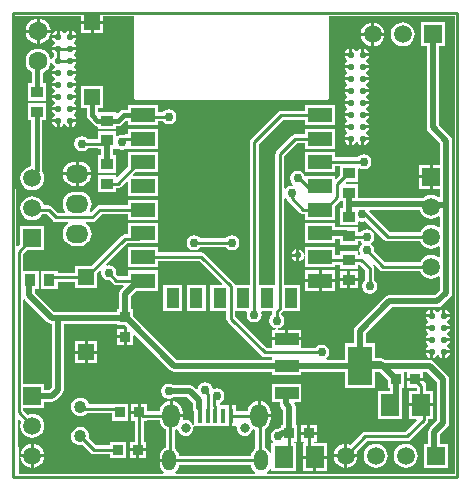
<source format=gtl>
G04*
G04 #@! TF.GenerationSoftware,Altium Limited,Altium Designer,20.1.12 (249)*
G04*
G04 Layer_Physical_Order=1*
G04 Layer_Color=152*
%FSLAX25Y25*%
%MOIN*%
G70*
G04*
G04 #@! TF.SameCoordinates,74860364-7C4C-4BB1-8EB4-A47DF166201D*
G04*
G04*
G04 #@! TF.FilePolarity,Positive*
G04*
G01*
G75*
%ADD14C,0.01000*%
%ADD17R,0.07874X0.04724*%
%ADD18R,0.04331X0.06693*%
%ADD19R,0.05512X0.05315*%
%ADD20R,0.03937X0.03740*%
%ADD21R,0.03543X0.03347*%
%ADD22R,0.03347X0.03543*%
%ADD23R,0.06102X0.07284*%
%ADD24R,0.03740X0.03937*%
%ADD25R,0.01772X0.05118*%
%ADD26R,0.07874X0.03937*%
%ADD27R,0.07874X0.12992*%
%ADD48C,0.01181*%
%ADD49C,0.01968*%
%ADD50C,0.01500*%
%ADD51C,0.05906*%
%ADD52R,0.05906X0.05906*%
%ADD53C,0.04055*%
%ADD54R,0.05906X0.05906*%
%ADD55C,0.03150*%
%ADD56O,0.04528X0.07087*%
%ADD57O,0.05709X0.07874*%
%ADD58C,0.06299*%
%ADD59O,0.07500X0.06000*%
%ADD60C,0.02996*%
%ADD61C,0.02126*%
G36*
X147500Y1000D02*
X84798D01*
X84628Y1500D01*
X85084Y1849D01*
X85607Y2531D01*
X85732Y2834D01*
X86232Y2734D01*
Y1858D01*
X94335D01*
Y11142D01*
X93781D01*
Y11728D01*
X94925D01*
Y17272D01*
X94275D01*
Y23248D01*
X94121Y24022D01*
X93818Y24476D01*
X94068Y24976D01*
X96232D01*
Y30913D01*
X86358D01*
Y24976D01*
X88977D01*
Y24500D01*
X89131Y23726D01*
X89569Y23069D01*
X90229Y22410D01*
Y17272D01*
X89579D01*
Y16484D01*
X89004Y16369D01*
X88517Y16044D01*
X88500Y16047D01*
X87525Y15853D01*
X86699Y15301D01*
X86147Y14475D01*
X85953Y13500D01*
X86147Y12525D01*
X86699Y11699D01*
X86785Y11642D01*
X86633Y11142D01*
X86232D01*
Y8179D01*
X85732Y8079D01*
X85607Y8382D01*
X85084Y9064D01*
X84402Y9587D01*
X83990Y9758D01*
Y15919D01*
X84109Y15968D01*
X84914Y16586D01*
X85532Y17391D01*
X85921Y18328D01*
X86053Y19335D01*
Y19917D01*
X82165D01*
Y20417D01*
X81665D01*
Y25322D01*
X81159Y25255D01*
X80222Y24867D01*
X79416Y24249D01*
X78799Y23444D01*
X78410Y22506D01*
X78337Y21947D01*
X74504D01*
Y23976D01*
X73118D01*
Y20417D01*
Y16858D01*
X74317D01*
X74770Y16468D01*
X74746Y16284D01*
X74834Y15611D01*
X75093Y14985D01*
X75506Y14447D01*
X76044Y14034D01*
X76670Y13775D01*
X77342Y13686D01*
X78015Y13775D01*
X78641Y14034D01*
X79179Y14447D01*
X79592Y14985D01*
X79851Y15611D01*
X79860Y15676D01*
X80393Y15897D01*
X80931Y15674D01*
Y9450D01*
X80428Y9064D01*
X79905Y8382D01*
X79576Y7588D01*
X79497Y6986D01*
X55503D01*
X55424Y7588D01*
X55095Y8382D01*
X54572Y9064D01*
X54069Y9450D01*
Y15674D01*
X54607Y15897D01*
X55140Y15676D01*
X55149Y15611D01*
X55408Y14985D01*
X55821Y14447D01*
X56359Y14034D01*
X56985Y13775D01*
X57657Y13686D01*
X58330Y13775D01*
X58956Y14034D01*
X59494Y14447D01*
X59907Y14985D01*
X60166Y15611D01*
X60255Y16284D01*
X60230Y16468D01*
X60683Y16858D01*
X72118D01*
Y20417D01*
Y23976D01*
X69186D01*
X69033Y24149D01*
X69021Y24250D01*
X69152Y24766D01*
X69801Y25199D01*
X70353Y26025D01*
X70547Y27000D01*
X70353Y27975D01*
X69801Y28801D01*
X68975Y29353D01*
X68000Y29547D01*
X67025Y29353D01*
X66670Y29500D01*
X66575Y29975D01*
X66023Y30801D01*
X65197Y31353D01*
X64222Y31547D01*
X63248Y31353D01*
X62422Y30801D01*
X61869Y29975D01*
X61741Y29328D01*
X61198Y29163D01*
X60431Y29931D01*
X59774Y30369D01*
X59000Y30523D01*
X53469D01*
X52975Y30853D01*
X52000Y31047D01*
X51025Y30853D01*
X50199Y30301D01*
X49647Y29475D01*
X49453Y28500D01*
X49647Y27525D01*
X50199Y26699D01*
X51025Y26147D01*
X52000Y25953D01*
X52975Y26147D01*
X53469Y26477D01*
X58162D01*
X59977Y24662D01*
Y23000D01*
X60131Y22226D01*
X60496Y21679D01*
Y17465D01*
X59996Y17366D01*
X59907Y17582D01*
X59494Y18120D01*
X58956Y18533D01*
X58330Y18792D01*
X57657Y18880D01*
X57158Y18815D01*
X56699Y19160D01*
X56722Y19335D01*
Y19917D01*
X52835D01*
Y20417D01*
X52335D01*
Y25322D01*
X51828Y25255D01*
X50891Y24867D01*
X50086Y24249D01*
X49468Y23444D01*
X49079Y22506D01*
X49006Y21947D01*
X44921D01*
Y24272D01*
X42748D01*
Y21500D01*
X42248D01*
Y21000D01*
X39575D01*
Y18728D01*
X40719D01*
Y11772D01*
X39075D01*
Y9500D01*
X41748D01*
X44421D01*
Y11772D01*
X43777D01*
Y18728D01*
X44921D01*
Y18888D01*
X49006D01*
X49079Y18328D01*
X49468Y17391D01*
X50086Y16586D01*
X50891Y15968D01*
X51010Y15919D01*
Y9758D01*
X50598Y9587D01*
X49916Y9064D01*
X49393Y8382D01*
X49064Y7588D01*
X48952Y6736D01*
Y5957D01*
X52244D01*
Y4957D01*
X48952D01*
Y4177D01*
X49064Y3325D01*
X49393Y2531D01*
X49916Y1849D01*
X50372Y1500D01*
X50202Y1000D01*
X2010D01*
X1834Y18849D01*
X2295Y19042D01*
X2841Y18496D01*
X2649Y18032D01*
X2513Y17000D01*
X2649Y15968D01*
X3047Y15007D01*
X3681Y14181D01*
X4507Y13547D01*
X5468Y13149D01*
X6500Y13013D01*
X7532Y13149D01*
X8493Y13547D01*
X9319Y14181D01*
X9953Y15007D01*
X10351Y15968D01*
X10487Y17000D01*
X10351Y18032D01*
X9953Y18993D01*
X9319Y19819D01*
X8493Y20453D01*
X7532Y20851D01*
X6500Y20987D01*
X5468Y20851D01*
X5004Y20659D01*
X3529Y22133D01*
Y23047D01*
X10453D01*
Y24977D01*
X13000D01*
X13774Y25131D01*
X14431Y25569D01*
X16431Y27569D01*
X16869Y28226D01*
X17023Y29000D01*
Y50977D01*
X34728D01*
Y50571D01*
X37411D01*
X38098Y49883D01*
X38000Y49646D01*
Y46748D01*
Y44075D01*
X40272D01*
Y47056D01*
X40734Y47248D01*
X52412Y35569D01*
X53068Y35131D01*
X53843Y34977D01*
X86358D01*
Y34032D01*
X96232D01*
Y34977D01*
X110768D01*
Y29504D01*
X120642D01*
Y34977D01*
X122512D01*
X125079Y32410D01*
Y29728D01*
X125729D01*
Y28642D01*
X121732D01*
Y19358D01*
X129835D01*
Y28642D01*
X129775D01*
Y29728D01*
X130425D01*
Y34977D01*
X131575D01*
Y33000D01*
X134248D01*
X136921D01*
Y34977D01*
X138162D01*
X141477Y31662D01*
Y18838D01*
X139069Y16431D01*
X138631Y15774D01*
X138477Y15000D01*
Y10953D01*
X137047D01*
Y3047D01*
X144953D01*
Y10953D01*
X142523D01*
Y14162D01*
X144931Y16569D01*
X145369Y17226D01*
X145523Y18000D01*
Y32500D01*
X145369Y33274D01*
X144931Y33931D01*
X140431Y38431D01*
X139774Y38869D01*
X139000Y39023D01*
X124142D01*
X123625Y39369D01*
X122850Y39523D01*
X120642D01*
Y44496D01*
X117728D01*
Y47867D01*
X126338Y56477D01*
X141500D01*
X142274Y56631D01*
X142931Y57069D01*
X145868Y60006D01*
X146306Y60663D01*
X146460Y61437D01*
Y90500D01*
Y112047D01*
X146306Y112821D01*
X145868Y113478D01*
X142023Y117322D01*
Y143547D01*
X143953D01*
Y151453D01*
X136047D01*
Y143547D01*
X137977D01*
Y116484D01*
X138131Y115710D01*
X138569Y115054D01*
X142414Y111209D01*
Y103953D01*
X140000D01*
Y100000D01*
Y96047D01*
X142414D01*
Y93377D01*
X141914Y93130D01*
X141493Y93453D01*
X140532Y93851D01*
X139500Y93987D01*
X138468Y93851D01*
X137507Y93453D01*
X136924Y93005D01*
X114969D01*
Y97622D01*
X111246D01*
X111036Y98099D01*
X111260Y98378D01*
X114969D01*
Y102752D01*
X115469Y103019D01*
X116025Y102647D01*
X117000Y102453D01*
X117975Y102647D01*
X118801Y103199D01*
X119353Y104025D01*
X119547Y105000D01*
X119353Y105975D01*
X118801Y106801D01*
X117975Y107353D01*
X117000Y107547D01*
X116025Y107353D01*
X115199Y106801D01*
X115018Y106529D01*
X107465D01*
Y108173D01*
X97591D01*
Y101449D01*
X107465D01*
Y103471D01*
X109031D01*
Y100541D01*
X107926Y99436D01*
X107465Y99627D01*
Y100299D01*
X97591D01*
X97236Y100650D01*
X96801Y101301D01*
X95975Y101853D01*
X95000Y102047D01*
X94025Y101853D01*
X93199Y101301D01*
X92647Y100475D01*
X92453Y99500D01*
X92647Y98525D01*
X93199Y97699D01*
X93586Y97440D01*
X93391Y96969D01*
X93000Y97047D01*
X92025Y96853D01*
X91199Y96301D01*
X91049Y96077D01*
X90549Y96228D01*
Y106886D01*
X94819Y111156D01*
X97591D01*
Y109323D01*
X107465D01*
Y116047D01*
X97591D01*
Y114215D01*
X94185D01*
X93600Y114098D01*
X93104Y113767D01*
X87938Y108601D01*
X87607Y108105D01*
X87490Y107520D01*
Y63882D01*
X82132D01*
Y110969D01*
X90193Y119030D01*
X97591D01*
Y117197D01*
X107465D01*
Y123921D01*
X97591D01*
Y122089D01*
X89559D01*
X88974Y121972D01*
X88478Y121641D01*
X79521Y112684D01*
X79189Y112188D01*
X79073Y111602D01*
Y63882D01*
X74182D01*
X74141Y64088D01*
X73810Y64585D01*
X63998Y74396D01*
X63502Y74728D01*
X62917Y74844D01*
X48410D01*
Y76677D01*
X38535D01*
Y69953D01*
X48410D01*
Y71785D01*
X62283D01*
X69725Y64344D01*
X69534Y63882D01*
X65898D01*
Y55189D01*
X71199D01*
Y52772D01*
X71315Y52186D01*
X71647Y51690D01*
X82919Y40419D01*
X83415Y40087D01*
X84000Y39971D01*
X85859D01*
X86358Y39968D01*
Y39023D01*
X54681D01*
X40272Y53432D01*
Y55917D01*
X39523D01*
Y60205D01*
X41397Y62079D01*
X48410D01*
Y68803D01*
X38535D01*
Y66970D01*
X35193D01*
X34483Y67680D01*
X34547Y68000D01*
X34353Y68975D01*
X33801Y69801D01*
X32975Y70353D01*
X32000Y70547D01*
X31395Y70427D01*
X31149Y70887D01*
X38059Y77798D01*
X41610D01*
X41758Y77827D01*
X48410D01*
Y84551D01*
X38535D01*
Y80856D01*
X37425D01*
X36840Y80740D01*
X36344Y80408D01*
X26093Y70157D01*
X20744D01*
Y68029D01*
X15118D01*
Y68468D01*
X9378D01*
Y62532D01*
X15118D01*
Y64971D01*
X20744D01*
Y62843D01*
X28256D01*
Y67995D01*
X29113Y68851D01*
X29573Y68605D01*
X29453Y68000D01*
X29647Y67025D01*
X30199Y66199D01*
X31025Y65647D01*
X32000Y65453D01*
X32320Y65517D01*
X33478Y64359D01*
X33974Y64028D01*
X34559Y63911D01*
X36854D01*
X37045Y63450D01*
X36069Y62474D01*
X35631Y61817D01*
X35477Y61043D01*
Y55917D01*
X34728D01*
Y55023D01*
X13838D01*
X7523Y61338D01*
Y62532D01*
X8622D01*
Y68468D01*
X3529D01*
Y74366D01*
X4710Y75547D01*
X10453D01*
Y83453D01*
X2547D01*
Y77710D01*
X1722Y76885D01*
X1259Y77074D01*
X508Y153145D01*
X860Y153500D01*
X22744D01*
Y152000D01*
X26500D01*
X30256D01*
Y153500D01*
X40449D01*
Y126502D01*
X40527Y126112D01*
X40747Y125781D01*
X41078Y125560D01*
X41469Y125483D01*
X104496D01*
X104886Y125560D01*
X105217Y125781D01*
X105438Y126112D01*
X105516Y126502D01*
Y153500D01*
X147500D01*
Y1000D01*
D02*
G37*
G36*
X136047Y88007D02*
X136681Y87181D01*
X137507Y86547D01*
X138468Y86149D01*
X139500Y86013D01*
X140532Y86149D01*
X141493Y86547D01*
X141914Y86870D01*
X142414Y86623D01*
Y83377D01*
X141914Y83130D01*
X141493Y83453D01*
X140532Y83851D01*
X139500Y83987D01*
X138468Y83851D01*
X137507Y83453D01*
X136681Y82819D01*
X136047Y81993D01*
X135855Y81529D01*
X125634D01*
X118894Y88269D01*
X118856Y88459D01*
X118843Y88549D01*
X119120Y88959D01*
X135653D01*
X136047Y88007D01*
D02*
G37*
G36*
X91199Y92699D02*
X91581Y92444D01*
X91587Y92415D01*
X91919Y91919D01*
X95855Y87982D01*
X96352Y87650D01*
X96937Y87534D01*
X97591D01*
Y85701D01*
X107465D01*
Y90262D01*
X109084Y91882D01*
X109977D01*
Y89618D01*
X109031D01*
Y83878D01*
X114969D01*
Y84989D01*
X115410Y85224D01*
X115525Y85147D01*
X116500Y84953D01*
X117475Y85147D01*
X117604Y85233D01*
X123919Y78919D01*
X124415Y78587D01*
X125000Y78471D01*
X135855D01*
X136047Y78007D01*
X136681Y77181D01*
X137507Y76547D01*
X138468Y76149D01*
X139500Y76013D01*
X140532Y76149D01*
X141493Y76547D01*
X141914Y76870D01*
X142414Y76623D01*
Y73377D01*
X141914Y73130D01*
X141493Y73453D01*
X140532Y73851D01*
X139500Y73987D01*
X138468Y73851D01*
X137507Y73453D01*
X136681Y72819D01*
X136047Y71993D01*
X135855Y71529D01*
X124134D01*
X120483Y75180D01*
X120547Y75500D01*
X120353Y76475D01*
X119801Y77301D01*
X119503Y77500D01*
Y78000D01*
X119801Y78199D01*
X120353Y79025D01*
X120547Y80000D01*
X120353Y80975D01*
X119801Y81801D01*
X118975Y82353D01*
X118000Y82547D01*
X117025Y82353D01*
X116199Y81801D01*
X116018Y81529D01*
X114969D01*
Y83122D01*
X111418D01*
X110965Y83212D01*
X107465D01*
Y84551D01*
X97591D01*
Y77827D01*
X107465D01*
Y79166D01*
X109031D01*
Y77382D01*
X114969D01*
Y78471D01*
X116018D01*
X116199Y78199D01*
X116497Y78000D01*
Y77500D01*
X116199Y77301D01*
X115647Y76475D01*
X115453Y75500D01*
X115647Y74525D01*
X115852Y74218D01*
X115616Y73777D01*
X114969D01*
Y75118D01*
X109031D01*
Y73777D01*
X107465D01*
Y76677D01*
X97591D01*
Y74528D01*
X97397Y74108D01*
X97396Y74108D01*
Y74108D01*
X97091Y74078D01*
X97083Y74116D01*
X96974Y74661D01*
X96518Y75344D01*
X95836Y75800D01*
X95531Y75861D01*
Y73857D01*
Y71853D01*
X95836Y71913D01*
X96518Y72369D01*
X96974Y73052D01*
X97083Y73597D01*
X97091Y73636D01*
X97396Y73605D01*
Y73605D01*
X97397Y73605D01*
X97591Y73186D01*
Y69953D01*
X107465D01*
Y70719D01*
X109031D01*
Y69378D01*
X114969D01*
Y70719D01*
X115619D01*
X117471Y68866D01*
Y65482D01*
X117199Y65301D01*
X116647Y64475D01*
X116453Y63500D01*
X116647Y62525D01*
X117199Y61699D01*
X118025Y61147D01*
X119000Y60953D01*
X119975Y61147D01*
X120801Y61699D01*
X121353Y62525D01*
X121547Y63500D01*
X121353Y64475D01*
X120801Y65301D01*
X120529Y65482D01*
Y69500D01*
X120413Y70085D01*
X120148Y70482D01*
X120536Y70801D01*
X122419Y68919D01*
X122915Y68587D01*
X123500Y68471D01*
X135855D01*
X136047Y68007D01*
X136681Y67181D01*
X137507Y66547D01*
X138468Y66149D01*
X139500Y66013D01*
X140532Y66149D01*
X141493Y66547D01*
X141914Y66870D01*
X142414Y66623D01*
Y62275D01*
X140662Y60523D01*
X125500D01*
X124726Y60369D01*
X124069Y59931D01*
X114274Y50135D01*
X113836Y49479D01*
X113682Y48705D01*
Y44496D01*
X110768D01*
Y39023D01*
X104689D01*
X104538Y39523D01*
X104801Y39699D01*
X105353Y40525D01*
X105547Y41500D01*
X105353Y42475D01*
X104801Y43301D01*
X103975Y43853D01*
X103000Y44047D01*
X102025Y43853D01*
X101199Y43301D01*
X101018Y43029D01*
X96709D01*
X96232Y43087D01*
X96232Y43529D01*
Y45555D01*
X91295D01*
Y46055D01*
D01*
Y45555D01*
X86358D01*
X86358Y43087D01*
X85882Y43029D01*
X84633D01*
X74258Y53405D01*
Y55189D01*
X77735D01*
X78090Y54689D01*
X77953Y54000D01*
X78147Y53025D01*
X78699Y52199D01*
X79525Y51647D01*
X80500Y51453D01*
X81475Y51647D01*
X82301Y52199D01*
X82853Y53025D01*
X83047Y54000D01*
X82910Y54689D01*
X83265Y55189D01*
X86390D01*
X86471Y55091D01*
Y53982D01*
X86199Y53801D01*
X85647Y52975D01*
X85453Y52000D01*
X85647Y51025D01*
X86199Y50199D01*
X87025Y49647D01*
X87645Y49524D01*
X87595Y49024D01*
X86358D01*
Y46555D01*
X90795D01*
Y49024D01*
X88405D01*
X88355Y49524D01*
X88975Y49647D01*
X89801Y50199D01*
X90353Y51025D01*
X90547Y52000D01*
X90353Y52975D01*
X89801Y53801D01*
X89529Y53982D01*
Y54458D01*
X90101Y55029D01*
X90208Y55189D01*
X95850D01*
Y63882D01*
X90549D01*
Y92772D01*
X91049Y92923D01*
X91199Y92699D01*
D02*
G37*
G36*
X4069Y59069D02*
X11569Y51569D01*
X12226Y51131D01*
X12977Y50981D01*
Y29838D01*
X12162Y29023D01*
X10453D01*
Y30953D01*
X3529D01*
Y58978D01*
X4029Y59129D01*
X4069Y59069D01*
D02*
G37*
G36*
X79576Y3325D02*
X79905Y2531D01*
X80428Y1849D01*
X80884Y1500D01*
X80714Y1000D01*
X54286Y1000D01*
X54116Y1500D01*
X54572Y1849D01*
X55095Y2531D01*
X55424Y3325D01*
X55503Y3927D01*
X79497D01*
X79576Y3325D01*
D02*
G37*
%LPC*%
G36*
X9000Y152620D02*
Y149000D01*
X12620D01*
X12543Y149583D01*
X12125Y150593D01*
X11460Y151460D01*
X10593Y152125D01*
X9583Y152543D01*
X9000Y152620D01*
D02*
G37*
G36*
X8000D02*
X7417Y152543D01*
X6407Y152125D01*
X5540Y151460D01*
X4875Y150593D01*
X4457Y149583D01*
X4380Y149000D01*
X8000D01*
Y152620D01*
D02*
G37*
G36*
X120500Y151421D02*
Y148000D01*
X123921D01*
X123851Y148532D01*
X123453Y149493D01*
X122819Y150319D01*
X121993Y150953D01*
X121032Y151351D01*
X120500Y151421D01*
D02*
G37*
G36*
X119500D02*
X118968Y151351D01*
X118007Y150953D01*
X117181Y150319D01*
X116547Y149493D01*
X116149Y148532D01*
X116079Y148000D01*
X119500D01*
Y151421D01*
D02*
G37*
G36*
X18697Y148681D02*
X18392Y148620D01*
X17709Y148164D01*
X17497Y147847D01*
X16896D01*
X16684Y148164D01*
X16002Y148620D01*
X15697Y148681D01*
Y146677D01*
X15197D01*
Y146177D01*
X13193D01*
X13253Y145872D01*
X13709Y145190D01*
X14027Y144978D01*
Y144377D01*
X13709Y144165D01*
X13253Y143482D01*
X13193Y143177D01*
X15197D01*
Y142177D01*
X13193D01*
X13253Y141872D01*
X13667Y141253D01*
Y140102D01*
X13253Y139482D01*
X13137Y138898D01*
X12631Y138915D01*
X12543Y139583D01*
X12125Y140593D01*
X11460Y141460D01*
X10593Y142125D01*
X9583Y142543D01*
X8500Y142685D01*
X7417Y142543D01*
X6407Y142125D01*
X5540Y141460D01*
X4875Y140593D01*
X4457Y139583D01*
X4315Y138500D01*
X4457Y137417D01*
X4875Y136407D01*
X5540Y135540D01*
X6407Y134875D01*
X6466Y134851D01*
Y131118D01*
X5032D01*
Y125378D01*
X10968D01*
Y131118D01*
X10034D01*
Y134644D01*
X10593Y134875D01*
X11460Y135540D01*
X12125Y136407D01*
X12543Y137417D01*
X12659Y138298D01*
X13165Y138315D01*
X13253Y137872D01*
X13709Y137190D01*
X14027Y136978D01*
Y136377D01*
X13709Y136164D01*
X13253Y135482D01*
X13193Y135177D01*
X15197D01*
Y134177D01*
X13193D01*
X13253Y133872D01*
X13709Y133190D01*
X14027Y132978D01*
Y132377D01*
X13709Y132165D01*
X13253Y131482D01*
X13193Y131177D01*
X15197D01*
Y130177D01*
X13193D01*
X13253Y129872D01*
X13709Y129190D01*
X14027Y128978D01*
Y128376D01*
X13709Y128165D01*
X13253Y127482D01*
X13193Y127177D01*
X15197D01*
Y126177D01*
X13193D01*
X13253Y125872D01*
X13709Y125190D01*
X14027Y124978D01*
Y124376D01*
X13709Y124164D01*
X13253Y123482D01*
X13193Y123177D01*
X15197D01*
Y122177D01*
X13193D01*
X13253Y121872D01*
X13709Y121190D01*
X14027Y120978D01*
Y120377D01*
X13709Y120165D01*
X13253Y119482D01*
X13193Y119177D01*
X15197D01*
Y118677D01*
X15697D01*
Y116673D01*
X16002Y116734D01*
X16684Y117190D01*
X16896Y117507D01*
X17497D01*
X17709Y117190D01*
X18392Y116734D01*
X18697Y116673D01*
Y118677D01*
X19197D01*
Y119177D01*
X21201D01*
X21140Y119482D01*
X20684Y120165D01*
X20367Y120377D01*
Y120978D01*
X20684Y121190D01*
X21140Y121872D01*
X21201Y122177D01*
X19197D01*
Y123177D01*
X21201D01*
X21140Y123482D01*
X20684Y124164D01*
X20367Y124376D01*
Y124978D01*
X20684Y125190D01*
X21140Y125872D01*
X21201Y126177D01*
X19197D01*
Y127177D01*
X21201D01*
X21140Y127482D01*
X20684Y128165D01*
X20367Y128376D01*
Y128978D01*
X20684Y129190D01*
X21140Y129872D01*
X21201Y130177D01*
X19197D01*
Y131177D01*
X21201D01*
X21140Y131482D01*
X20684Y132165D01*
X20367Y132377D01*
Y132978D01*
X20684Y133190D01*
X21140Y133872D01*
X21201Y134177D01*
X19197D01*
Y135177D01*
X21201D01*
X21140Y135482D01*
X20684Y136164D01*
X20367Y136377D01*
Y136978D01*
X20684Y137190D01*
X21140Y137872D01*
X21201Y138177D01*
X19197D01*
Y139177D01*
X21201D01*
X21140Y139482D01*
X20684Y140164D01*
X20367Y140376D01*
Y140978D01*
X20684Y141190D01*
X21140Y141872D01*
X21201Y142177D01*
X19197D01*
Y143177D01*
X21201D01*
X21140Y143482D01*
X20684Y144165D01*
X20367Y144377D01*
Y144978D01*
X20684Y145190D01*
X21140Y145872D01*
X21201Y146177D01*
X19197D01*
Y146677D01*
X18697D01*
Y148681D01*
D02*
G37*
G36*
X30256Y151000D02*
X27000D01*
Y147843D01*
X30256D01*
Y151000D01*
D02*
G37*
G36*
X26000D02*
X22744D01*
Y147843D01*
X26000D01*
Y151000D01*
D02*
G37*
G36*
X19697Y148681D02*
Y147177D01*
X21201D01*
X21140Y147482D01*
X20684Y148164D01*
X20002Y148620D01*
X19697Y148681D01*
D02*
G37*
G36*
X14697D02*
X14392Y148620D01*
X13709Y148164D01*
X13253Y147482D01*
X13193Y147177D01*
X14697D01*
Y148681D01*
D02*
G37*
G36*
X12620Y148000D02*
X9000D01*
Y144380D01*
X9583Y144457D01*
X10593Y144875D01*
X11460Y145540D01*
X12125Y146407D01*
X12543Y147417D01*
X12620Y148000D01*
D02*
G37*
G36*
X8000D02*
X4380D01*
X4457Y147417D01*
X4875Y146407D01*
X5540Y145540D01*
X6407Y144875D01*
X7417Y144457D01*
X8000Y144380D01*
Y148000D01*
D02*
G37*
G36*
X123921Y147000D02*
X120500D01*
Y143579D01*
X121032Y143649D01*
X121993Y144047D01*
X122819Y144681D01*
X123453Y145507D01*
X123851Y146468D01*
X123921Y147000D01*
D02*
G37*
G36*
X119500D02*
X116079D01*
X116149Y146468D01*
X116547Y145507D01*
X117181Y144681D01*
X118007Y144047D01*
X118968Y143649D01*
X119500Y143579D01*
Y147000D01*
D02*
G37*
G36*
X130000Y151487D02*
X128968Y151351D01*
X128007Y150953D01*
X127181Y150319D01*
X126547Y149493D01*
X126149Y148532D01*
X126013Y147500D01*
X126149Y146468D01*
X126547Y145507D01*
X127181Y144681D01*
X128007Y144047D01*
X128968Y143649D01*
X130000Y143513D01*
X131032Y143649D01*
X131993Y144047D01*
X132819Y144681D01*
X133453Y145507D01*
X133851Y146468D01*
X133987Y147500D01*
X133851Y148532D01*
X133453Y149493D01*
X132819Y150319D01*
X131993Y150953D01*
X131032Y151351D01*
X130000Y151487D01*
D02*
G37*
G36*
X116197Y142681D02*
X115892Y142621D01*
X115209Y142165D01*
X114997Y141847D01*
X114396D01*
X114184Y142165D01*
X113502Y142621D01*
X113197Y142681D01*
Y140677D01*
X112697D01*
Y140177D01*
X110693D01*
X110754Y139872D01*
X111209Y139190D01*
X111527Y138978D01*
Y138376D01*
X111209Y138164D01*
X110754Y137482D01*
X110693Y137177D01*
X112697D01*
Y136177D01*
X110693D01*
X110754Y135872D01*
X111209Y135190D01*
X111527Y134978D01*
Y134377D01*
X111209Y134165D01*
X110754Y133482D01*
X110693Y133177D01*
X112697D01*
Y132177D01*
X110693D01*
X110754Y131872D01*
X111209Y131190D01*
X111527Y130978D01*
Y130377D01*
X111209Y130165D01*
X110754Y129482D01*
X110693Y129177D01*
X112697D01*
Y128177D01*
X110693D01*
X110754Y127872D01*
X111209Y127190D01*
X111527Y126978D01*
Y126376D01*
X111209Y126164D01*
X110754Y125482D01*
X110693Y125177D01*
X112697D01*
Y124177D01*
X110693D01*
X110754Y123872D01*
X111209Y123190D01*
X111527Y122978D01*
Y122377D01*
X111209Y122164D01*
X110754Y121482D01*
X110693Y121177D01*
X112697D01*
Y120177D01*
X110693D01*
X110754Y119872D01*
X111209Y119190D01*
X111527Y118978D01*
Y118377D01*
X111209Y118165D01*
X110754Y117482D01*
X110693Y117177D01*
X112697D01*
Y116177D01*
X110693D01*
X110754Y115872D01*
X111209Y115190D01*
X111527Y114978D01*
Y114376D01*
X111209Y114164D01*
X110754Y113482D01*
X110693Y113177D01*
X112697D01*
Y112677D01*
X113197D01*
Y110673D01*
X113502Y110734D01*
X114184Y111190D01*
X114396Y111507D01*
X114997D01*
X115209Y111190D01*
X115892Y110734D01*
X116197Y110673D01*
Y112677D01*
X116697D01*
Y113177D01*
X118701D01*
X118640Y113482D01*
X118184Y114164D01*
X117867Y114376D01*
Y114978D01*
X118184Y115190D01*
X118640Y115872D01*
X118701Y116177D01*
X116697D01*
Y117177D01*
X118701D01*
X118640Y117482D01*
X118184Y118165D01*
X117867Y118377D01*
Y118978D01*
X118184Y119190D01*
X118640Y119872D01*
X118701Y120177D01*
X116697D01*
Y121177D01*
X118701D01*
X118640Y121482D01*
X118184Y122164D01*
X117867Y122377D01*
Y122978D01*
X118184Y123190D01*
X118640Y123872D01*
X118701Y124177D01*
X116697D01*
Y125177D01*
X118701D01*
X118640Y125482D01*
X118184Y126164D01*
X117867Y126376D01*
Y126978D01*
X118184Y127190D01*
X118640Y127872D01*
X118701Y128177D01*
X116697D01*
Y129177D01*
X118701D01*
X118640Y129482D01*
X118184Y130165D01*
X117867Y130377D01*
Y130978D01*
X118184Y131190D01*
X118640Y131872D01*
X118701Y132177D01*
X116697D01*
Y133177D01*
X118701D01*
X118640Y133482D01*
X118184Y134165D01*
X117867Y134377D01*
Y134978D01*
X118184Y135190D01*
X118640Y135872D01*
X118701Y136177D01*
X116697D01*
Y137177D01*
X118701D01*
X118640Y137482D01*
X118184Y138164D01*
X117867Y138376D01*
Y138978D01*
X118184Y139190D01*
X118640Y139872D01*
X118701Y140177D01*
X116697D01*
Y140677D01*
X116197D01*
Y142681D01*
D02*
G37*
G36*
X117197D02*
Y141177D01*
X118701D01*
X118640Y141482D01*
X118184Y142165D01*
X117502Y142621D01*
X117197Y142681D01*
D02*
G37*
G36*
X112197D02*
X111892Y142621D01*
X111209Y142165D01*
X110754Y141482D01*
X110693Y141177D01*
X112197D01*
Y142681D01*
D02*
G37*
G36*
X30256Y130157D02*
X22744D01*
Y122843D01*
X24716D01*
Y120500D01*
X24851Y119817D01*
X25238Y119238D01*
X26990Y117486D01*
X27569Y117100D01*
X28252Y116964D01*
X28532Y116595D01*
Y115878D01*
X34468D01*
Y116964D01*
X35248D01*
X35931Y117100D01*
X36510Y117486D01*
X37798Y118775D01*
X38535D01*
Y117197D01*
X48410D01*
Y118471D01*
X50017D01*
X50199Y118199D01*
X51025Y117647D01*
X52000Y117453D01*
X52975Y117647D01*
X53801Y118199D01*
X54353Y119025D01*
X54547Y120000D01*
X54353Y120975D01*
X53801Y121801D01*
X52975Y122353D01*
X52000Y122547D01*
X51025Y122353D01*
X50199Y121801D01*
X50017Y121529D01*
X48410D01*
Y123921D01*
X38535D01*
Y122343D01*
X37059D01*
X37059Y122343D01*
X36376Y122207D01*
X35797Y121821D01*
X35797Y121821D01*
X34969Y120992D01*
X34468Y121199D01*
Y121618D01*
X28532D01*
X28284Y122016D01*
Y122843D01*
X30256D01*
Y130157D01*
D02*
G37*
G36*
X21201Y118177D02*
X19697D01*
Y116673D01*
X20002Y116734D01*
X20684Y117190D01*
X21140Y117872D01*
X21201Y118177D01*
D02*
G37*
G36*
X14697D02*
X13193D01*
X13253Y117872D01*
X13709Y117190D01*
X14392Y116734D01*
X14697Y116673D01*
Y118177D01*
D02*
G37*
G36*
X48410Y116047D02*
X38535D01*
Y114215D01*
X37685D01*
X37100Y114098D01*
X36903Y113967D01*
X36500Y114047D01*
X35525Y113853D01*
X34969Y113481D01*
X34468Y113748D01*
Y115122D01*
X28532D01*
Y112529D01*
X24983D01*
X24801Y112801D01*
X23975Y113353D01*
X23000Y113547D01*
X22025Y113353D01*
X21199Y112801D01*
X20647Y111975D01*
X20453Y111000D01*
X20647Y110025D01*
X21199Y109199D01*
X22025Y108647D01*
X23000Y108453D01*
X23975Y108647D01*
X24801Y109199D01*
X24983Y109471D01*
X28532D01*
Y109382D01*
X29477D01*
Y107118D01*
X28532D01*
Y101378D01*
X34468D01*
Y107118D01*
X33523D01*
Y109382D01*
X34468D01*
Y109382D01*
X34969Y109519D01*
X35525Y109147D01*
X36500Y108953D01*
X37475Y109147D01*
X38036Y109522D01*
X38535Y109323D01*
Y109323D01*
X48410D01*
Y116047D01*
D02*
G37*
G36*
X118701Y112177D02*
X117197D01*
Y110673D01*
X117502Y110734D01*
X118184Y111190D01*
X118640Y111872D01*
X118701Y112177D01*
D02*
G37*
G36*
X112197D02*
X110693D01*
X110754Y111872D01*
X111209Y111190D01*
X111892Y110734D01*
X112197Y110673D01*
Y112177D01*
D02*
G37*
G36*
X22250Y105034D02*
X22000D01*
Y101500D01*
X26219D01*
X26147Y102044D01*
X25744Y103017D01*
X25103Y103853D01*
X24267Y104494D01*
X23294Y104897D01*
X22250Y105034D01*
D02*
G37*
G36*
X21000D02*
X20750D01*
X19706Y104897D01*
X18733Y104494D01*
X17897Y103853D01*
X17256Y103017D01*
X16853Y102044D01*
X16781Y101500D01*
X21000D01*
Y105034D01*
D02*
G37*
G36*
X139000Y103953D02*
X135547D01*
Y100500D01*
X139000D01*
Y103953D01*
D02*
G37*
G36*
X48410Y108173D02*
X38535D01*
Y103482D01*
X34930Y99877D01*
X34468Y100068D01*
Y100622D01*
X28532D01*
Y94882D01*
X34468D01*
Y96223D01*
X34969D01*
X35554Y96339D01*
X36050Y96671D01*
X38074Y98694D01*
X38535Y98503D01*
Y93575D01*
X48410D01*
Y100299D01*
X40332D01*
X40141Y100761D01*
X40828Y101449D01*
X48410D01*
Y108173D01*
D02*
G37*
G36*
X26219Y100500D02*
X22000D01*
Y96965D01*
X22250D01*
X23294Y97103D01*
X24267Y97506D01*
X25103Y98147D01*
X25744Y98983D01*
X26147Y99956D01*
X26219Y100500D01*
D02*
G37*
G36*
X21000D02*
X16781D01*
X16853Y99956D01*
X17256Y98983D01*
X17897Y98147D01*
X18733Y97506D01*
X19706Y97103D01*
X20750Y96965D01*
X21000D01*
Y100500D01*
D02*
G37*
G36*
X139000Y99500D02*
X135547D01*
Y96047D01*
X139000D01*
Y99500D01*
D02*
G37*
G36*
X10968Y124622D02*
X5032D01*
Y118882D01*
X6216D01*
Y103449D01*
X5468Y103351D01*
X4507Y102953D01*
X3681Y102319D01*
X3047Y101493D01*
X2649Y100532D01*
X2513Y99500D01*
X2649Y98468D01*
X3047Y97507D01*
X3681Y96681D01*
X4507Y96047D01*
X5468Y95649D01*
X6500Y95513D01*
X7532Y95649D01*
X8493Y96047D01*
X9319Y96681D01*
X9953Y97507D01*
X10351Y98468D01*
X10487Y99500D01*
X10351Y100532D01*
X9953Y101493D01*
X9709Y101812D01*
X9784Y102192D01*
Y118882D01*
X10968D01*
Y124622D01*
D02*
G37*
G36*
X22250Y95034D02*
X20750D01*
X19706Y94897D01*
X18733Y94494D01*
X17897Y93853D01*
X17256Y93017D01*
X16853Y92044D01*
X16715Y91000D01*
X16853Y89956D01*
X17256Y88983D01*
X17604Y88529D01*
X17357Y88029D01*
X15134D01*
X13081Y90081D01*
X12585Y90413D01*
X12000Y90529D01*
X10351D01*
X10351Y90532D01*
X9953Y91493D01*
X9319Y92319D01*
X8493Y92953D01*
X7532Y93351D01*
X6500Y93487D01*
X5468Y93351D01*
X4507Y92953D01*
X3681Y92319D01*
X3047Y91493D01*
X2649Y90532D01*
X2513Y89500D01*
X2649Y88468D01*
X3047Y87507D01*
X3681Y86681D01*
X4507Y86047D01*
X5468Y85649D01*
X6500Y85513D01*
X7532Y85649D01*
X8493Y86047D01*
X9319Y86681D01*
X9925Y87471D01*
X11366D01*
X13419Y85419D01*
X13915Y85087D01*
X14500Y84971D01*
X18450D01*
X18705Y84524D01*
X18702Y84471D01*
X17897Y83853D01*
X17256Y83017D01*
X16853Y82044D01*
X16715Y81000D01*
X16853Y79956D01*
X17256Y78983D01*
X17897Y78147D01*
X18733Y77506D01*
X19706Y77103D01*
X20750Y76965D01*
X22250D01*
X23294Y77103D01*
X24267Y77506D01*
X25103Y78147D01*
X25744Y78983D01*
X26147Y79956D01*
X26285Y81000D01*
X26147Y82044D01*
X25744Y83017D01*
X25103Y83853D01*
X24298Y84471D01*
X24295Y84524D01*
X24550Y84971D01*
X26500D01*
X27085Y85087D01*
X27581Y85419D01*
X29697Y87534D01*
X38535D01*
Y85701D01*
X48410D01*
Y92425D01*
X38535D01*
Y90592D01*
X29063D01*
X28478Y90476D01*
X27982Y90144D01*
X26090Y88253D01*
X25840Y88287D01*
X25620Y88821D01*
X25744Y88983D01*
X26147Y89956D01*
X26285Y91000D01*
X26147Y92044D01*
X25744Y93017D01*
X25103Y93853D01*
X24267Y94494D01*
X23294Y94897D01*
X22250Y95034D01*
D02*
G37*
G36*
X73000Y80547D02*
X72025Y80353D01*
X71199Y79801D01*
X71018Y79529D01*
X62482D01*
X62301Y79801D01*
X61475Y80353D01*
X60500Y80547D01*
X59525Y80353D01*
X58699Y79801D01*
X58147Y78975D01*
X57953Y78000D01*
X58147Y77025D01*
X58699Y76199D01*
X59525Y75647D01*
X60500Y75453D01*
X61475Y75647D01*
X62301Y76199D01*
X62482Y76471D01*
X71018D01*
X71199Y76199D01*
X72025Y75647D01*
X73000Y75453D01*
X73975Y75647D01*
X74801Y76199D01*
X75353Y77025D01*
X75547Y78000D01*
X75353Y78975D01*
X74801Y79801D01*
X73975Y80353D01*
X73000Y80547D01*
D02*
G37*
G36*
X64354Y63882D02*
X58024D01*
Y55189D01*
X64354D01*
Y63882D01*
D02*
G37*
G36*
X56480D02*
X50150D01*
Y55189D01*
X56480D01*
Y63882D01*
D02*
G37*
G36*
X143197Y55681D02*
X142892Y55620D01*
X142209Y55164D01*
X141998Y54847D01*
X141396D01*
X141184Y55164D01*
X140502Y55620D01*
X140197Y55681D01*
Y53677D01*
X139697D01*
Y53177D01*
X137693D01*
X137753Y52872D01*
X138209Y52190D01*
X138527Y51978D01*
Y51376D01*
X138209Y51165D01*
X137753Y50482D01*
X137693Y50177D01*
X139697D01*
Y49177D01*
X137693D01*
X137753Y48872D01*
X138209Y48190D01*
X138527Y47978D01*
Y47376D01*
X138209Y47164D01*
X137753Y46482D01*
X137693Y46177D01*
X139697D01*
Y45177D01*
X137693D01*
X137753Y44872D01*
X138209Y44190D01*
X138527Y43978D01*
Y43376D01*
X138209Y43165D01*
X137753Y42482D01*
X137693Y42177D01*
X139697D01*
Y41677D01*
X140197D01*
Y39673D01*
X140502Y39734D01*
X141184Y40190D01*
X141396Y40507D01*
X141998D01*
X142209Y40190D01*
X142892Y39734D01*
X143197Y39673D01*
Y41677D01*
X143697D01*
Y42177D01*
X145701D01*
X145640Y42482D01*
X145184Y43165D01*
X144867Y43376D01*
Y43978D01*
X145184Y44190D01*
X145640Y44872D01*
X145701Y45177D01*
X143697D01*
Y46177D01*
X145701D01*
X145640Y46482D01*
X145184Y47164D01*
X144867Y47376D01*
Y47978D01*
X145184Y48190D01*
X145640Y48872D01*
X145701Y49177D01*
X143697D01*
Y50177D01*
X145701D01*
X145640Y50482D01*
X145184Y51165D01*
X144867Y51376D01*
Y51978D01*
X145184Y52190D01*
X145640Y52872D01*
X145701Y53177D01*
X143697D01*
Y53677D01*
X143197D01*
Y55681D01*
D02*
G37*
G36*
X144197D02*
Y54177D01*
X145701D01*
X145640Y54482D01*
X145184Y55164D01*
X144502Y55620D01*
X144197Y55681D01*
D02*
G37*
G36*
X139197D02*
X138892Y55620D01*
X138209Y55164D01*
X137753Y54482D01*
X137693Y54177D01*
X139197D01*
Y55681D01*
D02*
G37*
G36*
X37000Y49421D02*
X34728D01*
Y47248D01*
X37000D01*
Y49421D01*
D02*
G37*
G36*
Y46248D02*
X34728D01*
Y44075D01*
X37000D01*
Y46248D01*
D02*
G37*
G36*
X28256Y45158D02*
X25000D01*
Y42000D01*
X28256D01*
Y45158D01*
D02*
G37*
G36*
X24000D02*
X20744D01*
Y42000D01*
X24000D01*
Y45158D01*
D02*
G37*
G36*
X145701Y41177D02*
X144197D01*
Y39673D01*
X144502Y39734D01*
X145184Y40190D01*
X145640Y40872D01*
X145701Y41177D01*
D02*
G37*
G36*
X139197D02*
X137693D01*
X137753Y40872D01*
X138209Y40190D01*
X138892Y39734D01*
X139197Y39673D01*
Y41177D01*
D02*
G37*
G36*
X28256Y41000D02*
X25000D01*
Y37843D01*
X28256D01*
Y41000D01*
D02*
G37*
G36*
X24000D02*
X20744D01*
Y37843D01*
X24000D01*
Y41000D01*
D02*
G37*
G36*
X136921Y32000D02*
X134248D01*
X131575D01*
Y29728D01*
X134687D01*
Y28642D01*
X132165D01*
Y24500D01*
X136217D01*
X140268D01*
Y28642D01*
X137746D01*
Y30433D01*
X137630Y31018D01*
X137298Y31514D01*
X136921Y31891D01*
Y32000D01*
D02*
G37*
G36*
X41748Y24272D02*
X39575D01*
Y22000D01*
X41748D01*
Y24272D01*
D02*
G37*
G36*
X82665Y25322D02*
Y20917D01*
X86053D01*
Y21500D01*
X85921Y22506D01*
X85532Y23444D01*
X84914Y24249D01*
X84109Y24867D01*
X83171Y25255D01*
X82665Y25322D01*
D02*
G37*
G36*
X53335D02*
Y20917D01*
X56722D01*
Y21500D01*
X56590Y22506D01*
X56201Y23444D01*
X55584Y24249D01*
X54778Y24867D01*
X53841Y25255D01*
X53335Y25322D01*
D02*
G37*
G36*
X22500Y26396D02*
X21710Y26292D01*
X20973Y25987D01*
X20341Y25502D01*
X19855Y24869D01*
X19550Y24133D01*
X19446Y23343D01*
X19550Y22552D01*
X19855Y21816D01*
X20341Y21183D01*
X20973Y20698D01*
X21710Y20393D01*
X22500Y20289D01*
X23290Y20393D01*
X24027Y20698D01*
X24659Y21183D01*
X24705Y21242D01*
X33079D01*
Y18728D01*
X38425D01*
Y24272D01*
X34727D01*
X34579Y24301D01*
X25380D01*
X25145Y24869D01*
X24659Y25502D01*
X24027Y25987D01*
X23290Y26292D01*
X22500Y26396D01*
D02*
G37*
G36*
X101421Y17272D02*
X99248D01*
Y15000D01*
X101421D01*
Y17272D01*
D02*
G37*
G36*
X98248D02*
X96075D01*
Y15000D01*
X98248D01*
Y17272D01*
D02*
G37*
G36*
X140268Y23500D02*
X136217D01*
X132165D01*
Y19358D01*
X134542D01*
X134733Y18896D01*
X130836Y14999D01*
X117469D01*
X116884Y14882D01*
X116388Y14551D01*
X112496Y10659D01*
X112032Y10851D01*
X111500Y10921D01*
Y7500D01*
X114921D01*
X114851Y8032D01*
X114659Y8496D01*
X118103Y11940D01*
X131469D01*
X132055Y12056D01*
X132551Y12388D01*
X138081Y17919D01*
X138413Y18415D01*
X138529Y19000D01*
Y19358D01*
X140268D01*
Y23500D01*
D02*
G37*
G36*
X7000Y10921D02*
Y7500D01*
X10421D01*
X10351Y8032D01*
X9953Y8993D01*
X9319Y9819D01*
X8493Y10453D01*
X7532Y10851D01*
X7000Y10921D01*
D02*
G37*
G36*
X6000D02*
X5468Y10851D01*
X4507Y10453D01*
X3681Y9819D01*
X3047Y8993D01*
X2649Y8032D01*
X2579Y7500D01*
X6000D01*
Y10921D01*
D02*
G37*
G36*
X110500D02*
X109968Y10851D01*
X109007Y10453D01*
X108181Y9819D01*
X107547Y8993D01*
X107149Y8032D01*
X107079Y7500D01*
X110500D01*
Y10921D01*
D02*
G37*
G36*
X101421Y14000D02*
X98748D01*
X96075D01*
Y11728D01*
X97219D01*
Y11142D01*
X96665D01*
Y7000D01*
X100717D01*
X104768D01*
Y11142D01*
X100277D01*
Y11728D01*
X101421D01*
Y14000D01*
D02*
G37*
G36*
X44421Y8500D02*
X42248D01*
Y6228D01*
X44421D01*
Y8500D01*
D02*
G37*
G36*
X41248D02*
X39075D01*
Y6228D01*
X41248D01*
Y8500D01*
D02*
G37*
G36*
X22500Y16554D02*
X21710Y16450D01*
X20973Y16145D01*
X20341Y15659D01*
X19855Y15027D01*
X19550Y14290D01*
X19446Y13500D01*
X19550Y12710D01*
X19855Y11973D01*
X20341Y11341D01*
X20973Y10855D01*
X21710Y10550D01*
X22500Y10446D01*
X23287Y10550D01*
X25919Y7919D01*
X26415Y7587D01*
X27000Y7471D01*
X32579D01*
Y6228D01*
X37925D01*
Y11772D01*
X32579D01*
Y10529D01*
X27634D01*
X25450Y12713D01*
X25554Y13500D01*
X25450Y14290D01*
X25145Y15027D01*
X24659Y15659D01*
X24027Y16145D01*
X23290Y16450D01*
X22500Y16554D01*
D02*
G37*
G36*
X114921Y6500D02*
X111500D01*
Y3079D01*
X112032Y3149D01*
X112993Y3547D01*
X113819Y4181D01*
X114453Y5007D01*
X114851Y5968D01*
X114921Y6500D01*
D02*
G37*
G36*
X10421D02*
X7000D01*
Y3079D01*
X7532Y3149D01*
X8493Y3547D01*
X9319Y4181D01*
X9953Y5007D01*
X10351Y5968D01*
X10421Y6500D01*
D02*
G37*
G36*
X6000D02*
X2579D01*
X2649Y5968D01*
X3047Y5007D01*
X3681Y4181D01*
X4507Y3547D01*
X5468Y3149D01*
X6000Y3079D01*
Y6500D01*
D02*
G37*
G36*
X110500D02*
X107079D01*
X107149Y5968D01*
X107547Y5007D01*
X108181Y4181D01*
X109007Y3547D01*
X109968Y3149D01*
X110500Y3079D01*
Y6500D01*
D02*
G37*
G36*
X131000Y10987D02*
X129968Y10851D01*
X129007Y10453D01*
X128181Y9819D01*
X127547Y8993D01*
X127149Y8032D01*
X127013Y7000D01*
X127149Y5968D01*
X127547Y5007D01*
X128181Y4181D01*
X129007Y3547D01*
X129968Y3149D01*
X131000Y3013D01*
X132032Y3149D01*
X132993Y3547D01*
X133819Y4181D01*
X134453Y5007D01*
X134851Y5968D01*
X134987Y7000D01*
X134851Y8032D01*
X134453Y8993D01*
X133819Y9819D01*
X132993Y10453D01*
X132032Y10851D01*
X131000Y10987D01*
D02*
G37*
G36*
X121000D02*
X119968Y10851D01*
X119007Y10453D01*
X118181Y9819D01*
X117547Y8993D01*
X117149Y8032D01*
X117013Y7000D01*
X117149Y5968D01*
X117547Y5007D01*
X118181Y4181D01*
X119007Y3547D01*
X119968Y3149D01*
X121000Y3013D01*
X122032Y3149D01*
X122993Y3547D01*
X123819Y4181D01*
X124453Y5007D01*
X124851Y5968D01*
X124987Y7000D01*
X124851Y8032D01*
X124453Y8993D01*
X123819Y9819D01*
X122993Y10453D01*
X122032Y10851D01*
X121000Y10987D01*
D02*
G37*
G36*
X104768Y6000D02*
X101217D01*
Y1858D01*
X104768D01*
Y6000D01*
D02*
G37*
G36*
X100217D02*
X96665D01*
Y1858D01*
X100217D01*
Y6000D01*
D02*
G37*
G36*
X94531Y75861D02*
X94226Y75800D01*
X93544Y75344D01*
X93088Y74661D01*
X93027Y74357D01*
X94531D01*
Y75861D01*
D02*
G37*
G36*
Y73357D02*
X93027D01*
X93088Y73052D01*
X93544Y72369D01*
X94226Y71913D01*
X94531Y71853D01*
Y73357D01*
D02*
G37*
G36*
X114969Y68622D02*
X112500D01*
Y66252D01*
X114969D01*
Y68622D01*
D02*
G37*
G36*
X111500D02*
X109031D01*
Y66252D01*
X111500D01*
Y68622D01*
D02*
G37*
G36*
X107465Y68803D02*
X103027D01*
Y65941D01*
X107465D01*
Y68803D01*
D02*
G37*
G36*
X102027D02*
X97591D01*
Y65941D01*
X102027D01*
Y68803D01*
D02*
G37*
G36*
X114969Y65252D02*
X112500D01*
Y62882D01*
X114969D01*
Y65252D01*
D02*
G37*
G36*
X111500D02*
X109031D01*
Y62882D01*
X111500D01*
Y65252D01*
D02*
G37*
G36*
X107465Y64941D02*
X103027D01*
Y62079D01*
X107465D01*
Y64941D01*
D02*
G37*
G36*
X102027D02*
X97591D01*
Y62079D01*
X102027D01*
Y64941D01*
D02*
G37*
G36*
X96232Y49024D02*
X91795D01*
Y46555D01*
X96232D01*
Y49024D01*
D02*
G37*
%LPD*%
D14*
X80500Y54000D02*
X80602Y54102D01*
Y111602D01*
X65002Y25758D02*
Y27680D01*
Y25758D02*
X65220Y25540D01*
Y23704D02*
Y25540D01*
X65114Y23598D02*
X65220Y23704D01*
X65114Y20591D02*
Y23598D01*
X64941Y20417D02*
X65114Y20591D01*
X64222Y28460D02*
Y29000D01*
Y28460D02*
X65002Y27680D01*
X67327Y20591D02*
Y23598D01*
Y20591D02*
X67500Y20417D01*
X67220Y23704D02*
X67327Y23598D01*
X67220Y23704D02*
Y26797D01*
X37685Y112685D02*
X43472D01*
X36500Y111500D02*
X37685Y112685D01*
X95000Y99500D02*
X95500D01*
X98500Y96500D02*
X102090D01*
X43472Y73315D02*
X62917D01*
X72728Y52772D02*
X84000Y41500D01*
X103000D01*
X41500Y120559D02*
X42059Y120000D01*
X80602Y111602D02*
X89559Y120559D01*
X88000Y55091D02*
X89020Y56111D01*
X94185Y112685D02*
X102527D01*
X95500Y99500D02*
X98500Y96500D01*
X102090D02*
X102527Y96937D01*
X93000Y93000D02*
Y94500D01*
X41898Y65441D02*
X43472D01*
X34559D02*
X41898D01*
X62917Y73315D02*
X72728Y63503D01*
Y52772D02*
Y63503D01*
X89559Y120559D02*
X102527D01*
X88000Y52000D02*
Y55091D01*
X89020Y107520D02*
X94185Y112685D01*
X92000Y94500D02*
X93000D01*
X96937Y89063D02*
X102527D01*
X89020Y56111D02*
Y107520D01*
X102527Y104811D02*
X102716Y105000D01*
X117000D01*
X93000Y93000D02*
X96937Y89063D01*
X32000Y68000D02*
X34559Y65441D01*
X42059Y120000D02*
X52000D01*
X15197Y142677D02*
X19197D01*
X15197Y138677D02*
Y142677D01*
Y138677D02*
X19197D01*
X137000Y19000D02*
Y23217D01*
X131469Y13469D02*
X137000Y19000D01*
X136217Y24000D02*
X137000Y23217D01*
X30248Y111000D02*
X31500Y112252D01*
X23000Y111000D02*
X30248D01*
X102527Y73315D02*
X103594Y72248D01*
X112000D01*
X60500Y78000D02*
X73000D01*
X72618Y20417D02*
X82165D01*
X136217Y24000D02*
Y30433D01*
X134248Y32402D02*
X136217Y30433D01*
X134248Y32402D02*
Y32500D01*
X111000Y7000D02*
X117469Y13469D01*
X131469D01*
X98748Y8469D02*
Y14500D01*
Y8469D02*
X100717Y6500D01*
X52244Y5457D02*
X82756D01*
X82165Y20417D02*
X82461Y20122D01*
Y5752D02*
Y20122D01*
Y5752D02*
X82756Y5457D01*
X52539Y20122D02*
X52835Y20417D01*
X52539Y5752D02*
Y20122D01*
X52244Y5457D02*
X52539Y5752D01*
X42248Y21500D02*
X43331Y20417D01*
X52835D01*
X42248Y9500D02*
Y21500D01*
X41748Y9000D02*
X42248Y9500D01*
X116252Y72248D02*
X119000Y69500D01*
Y63500D02*
Y69500D01*
X112000Y72248D02*
X116252D01*
X12248Y65500D02*
X13248Y66500D01*
X24500D01*
X2000Y75000D02*
X6500Y79500D01*
X2000Y21500D02*
Y75000D01*
Y21500D02*
X6500Y17000D01*
X31500Y97752D02*
X34969D01*
X40036Y102819D01*
Y102949D01*
X41898Y104811D01*
X43472D01*
X24500Y66500D02*
X24598D01*
X37425Y79327D01*
X41610D01*
X43472Y81189D01*
X6500Y89500D02*
X7000Y89000D01*
X12000D01*
X14500Y86500D02*
X26500D01*
X12000Y89000D02*
X14500Y86500D01*
X29063Y89063D02*
X43472D01*
X26500Y86500D02*
X29063Y89063D01*
X117500Y87500D02*
X125000Y80000D01*
X116500Y87500D02*
X117500D01*
X125000Y80000D02*
X139500D01*
X112252D02*
X118000D01*
X112000Y80252D02*
X112252Y80000D01*
X123500Y70000D02*
X139500D01*
X118000Y75500D02*
X123500Y70000D01*
X90283Y6500D02*
X92252Y8469D01*
Y14500D01*
X22500Y23343D02*
X23071Y22772D01*
X34579D01*
X35752Y21598D01*
Y21500D02*
Y21598D01*
X22500Y13500D02*
X27000Y9000D01*
X35252D01*
X108248Y97594D02*
X111902Y101248D01*
X108248Y93209D02*
Y97594D01*
X104102Y89063D02*
X108248Y93209D01*
X111902Y101248D02*
X112000D01*
X102527Y89063D02*
X104102D01*
X0Y0D02*
X148000D01*
Y154500D01*
X0D02*
X148000D01*
X0Y0D02*
Y154500D01*
D17*
X43472Y120559D02*
D03*
Y112685D02*
D03*
Y104811D02*
D03*
Y96937D02*
D03*
Y89063D02*
D03*
Y81189D02*
D03*
Y73315D02*
D03*
Y65441D02*
D03*
X102527D02*
D03*
Y73315D02*
D03*
Y81189D02*
D03*
Y89063D02*
D03*
Y96937D02*
D03*
Y104811D02*
D03*
Y112685D02*
D03*
Y120559D02*
D03*
D18*
X53315Y59535D02*
D03*
X61189D02*
D03*
X69063D02*
D03*
X76937D02*
D03*
X84811D02*
D03*
X92685D02*
D03*
D19*
X26500Y151500D02*
D03*
Y126500D02*
D03*
X24500Y66500D02*
D03*
Y41500D02*
D03*
D20*
X112000Y65752D02*
D03*
Y72248D02*
D03*
Y101248D02*
D03*
Y94752D02*
D03*
Y80252D02*
D03*
Y86748D02*
D03*
X31500Y118748D02*
D03*
Y112252D02*
D03*
Y97752D02*
D03*
Y104248D02*
D03*
X8000Y121752D02*
D03*
Y128248D02*
D03*
D21*
X37500Y53244D02*
D03*
Y46748D02*
D03*
D22*
X35752Y21500D02*
D03*
X42248D02*
D03*
X35252Y9000D02*
D03*
X41748D02*
D03*
X98748Y14500D02*
D03*
X92252D02*
D03*
X134248Y32500D02*
D03*
X127752D02*
D03*
D23*
X90283Y6500D02*
D03*
X100717D02*
D03*
X136217Y24000D02*
D03*
X125783D02*
D03*
D24*
X5752Y65500D02*
D03*
X12248D02*
D03*
D25*
X70059Y20417D02*
D03*
X67500D02*
D03*
X64941D02*
D03*
X72618D02*
D03*
X62382D02*
D03*
D26*
X91295Y46055D02*
D03*
Y37000D02*
D03*
Y27945D02*
D03*
D27*
X115705Y37000D02*
D03*
D48*
X62382Y20417D02*
Y22618D01*
X62000Y23000D02*
X62382Y22618D01*
D49*
X62000Y23000D02*
Y25500D01*
X59000Y28500D02*
X62000Y25500D01*
X15000Y29000D02*
Y53000D01*
X6500Y27000D02*
X13000D01*
X15000Y29000D01*
X144437Y90500D02*
Y112047D01*
Y61437D02*
Y90500D01*
X139500Y90000D02*
X140000Y90500D01*
X144437D01*
X115705Y37500D02*
X122850D01*
X15000Y53000D02*
X37500D01*
X141500Y58500D02*
X144437Y61437D01*
X125500Y58500D02*
X141500D01*
X91295Y37000D02*
X114500D01*
X53843D02*
X91295D01*
X123350D02*
X127752Y32598D01*
X122850Y37500D02*
X123350Y37000D01*
X139000D01*
X115705D02*
X123350D01*
X140500Y7500D02*
X141000Y7000D01*
X140500Y7500D02*
Y15000D01*
X143500Y18000D02*
Y32500D01*
X140500Y15000D02*
X143500Y18000D01*
X139000Y37000D02*
X143500Y32500D01*
X13000Y53000D02*
X15000D01*
X37945Y52555D02*
X38287D01*
X37500Y53000D02*
X37945Y52555D01*
X38287D02*
X53843Y37000D01*
X115705Y48705D02*
X125500Y58500D01*
X115705Y37500D02*
Y48705D01*
X138518Y90982D02*
X139500Y90000D01*
X112232Y90982D02*
X138518D01*
X112000Y90750D02*
X112232Y90982D01*
X91000Y24500D02*
Y27650D01*
X92252Y14500D02*
Y23248D01*
X91000Y24500D02*
X92252Y23248D01*
X89778Y14500D02*
X92252D01*
X102527Y81189D02*
X110965D01*
X111902Y80252D01*
X112000D01*
Y90750D02*
Y94752D01*
Y86748D02*
Y90750D01*
X140000Y116484D02*
Y147500D01*
Y116484D02*
X144437Y112047D01*
X127752Y32500D02*
Y32598D01*
X125783Y24000D02*
X127752Y25969D01*
Y32500D01*
X5500Y60500D02*
X13000Y53000D01*
X37500Y53244D02*
Y61043D01*
Y53000D02*
Y53244D01*
X5500Y65248D02*
X5752Y65500D01*
X5500Y60500D02*
Y65248D01*
X31500Y104248D02*
Y112252D01*
Y104248D02*
X31752Y104500D01*
X37500Y61043D02*
X41898Y65441D01*
X91000Y27650D02*
X91295Y27945D01*
X88778Y13500D02*
X89778Y14500D01*
X88500Y13500D02*
X88778D01*
X52000Y28500D02*
X59000D01*
D50*
X37059Y120559D02*
X41500D01*
X8000Y102192D02*
Y121752D01*
X6500Y100692D02*
X8000Y102192D01*
X6500Y99500D02*
Y100692D01*
X8000Y128248D02*
X8250Y128498D01*
Y138250D01*
X8500Y138500D01*
X35248Y118748D02*
X37059Y120559D01*
X31500Y118748D02*
X35248D01*
X26500Y120500D02*
X28252Y118748D01*
X31500D01*
X26500Y120500D02*
Y126500D01*
D51*
X111000Y7000D02*
D03*
X121000D02*
D03*
X131000D02*
D03*
X120000Y147500D02*
D03*
X130000D02*
D03*
X139500Y90000D02*
D03*
Y80000D02*
D03*
Y70000D02*
D03*
X6500Y17000D02*
D03*
Y7000D02*
D03*
Y89500D02*
D03*
Y99500D02*
D03*
D52*
X141000Y7000D02*
D03*
X140000Y147500D02*
D03*
D53*
X22500Y23343D02*
D03*
Y13500D02*
D03*
D54*
X139500Y100000D02*
D03*
X6500Y27000D02*
D03*
Y79500D02*
D03*
D55*
X77342Y16284D02*
D03*
X57657D02*
D03*
D56*
X82756Y5457D02*
D03*
X52244D02*
D03*
D57*
X82165Y20417D02*
D03*
X52835D02*
D03*
D58*
X8500Y138500D02*
D03*
Y148500D02*
D03*
D59*
X21500Y91000D02*
D03*
Y81000D02*
D03*
Y101000D02*
D03*
D60*
X80500Y54000D02*
D03*
X36500Y111500D02*
D03*
X88000Y52000D02*
D03*
X117000Y105000D02*
D03*
X103000Y41500D02*
D03*
X32000Y68000D02*
D03*
X52000Y120000D02*
D03*
X95000Y99500D02*
D03*
X93000Y94500D02*
D03*
X23000Y111000D02*
D03*
X60500Y78000D02*
D03*
X73000D02*
D03*
X119000Y63500D02*
D03*
X116500Y87500D02*
D03*
X118000Y80000D02*
D03*
Y75500D02*
D03*
X88500Y13500D02*
D03*
X52000Y28500D02*
D03*
X64222Y29000D02*
D03*
X68000Y27000D02*
D03*
D61*
X95031Y73857D02*
D03*
X143697Y53677D02*
D03*
Y49677D02*
D03*
Y45677D02*
D03*
Y41677D02*
D03*
X139697D02*
D03*
Y45677D02*
D03*
Y49677D02*
D03*
Y53677D02*
D03*
X19197Y146677D02*
D03*
Y142677D02*
D03*
Y138677D02*
D03*
Y134677D02*
D03*
Y130677D02*
D03*
Y126677D02*
D03*
Y122677D02*
D03*
Y118677D02*
D03*
X15197D02*
D03*
Y122677D02*
D03*
Y126677D02*
D03*
Y130677D02*
D03*
Y134677D02*
D03*
Y138677D02*
D03*
Y142677D02*
D03*
Y146677D02*
D03*
X116697Y140677D02*
D03*
Y136677D02*
D03*
Y132677D02*
D03*
Y128677D02*
D03*
Y124677D02*
D03*
Y120677D02*
D03*
Y116677D02*
D03*
Y112677D02*
D03*
X112697D02*
D03*
Y116677D02*
D03*
Y120677D02*
D03*
Y124677D02*
D03*
Y128677D02*
D03*
Y132677D02*
D03*
Y136677D02*
D03*
Y140677D02*
D03*
M02*

</source>
